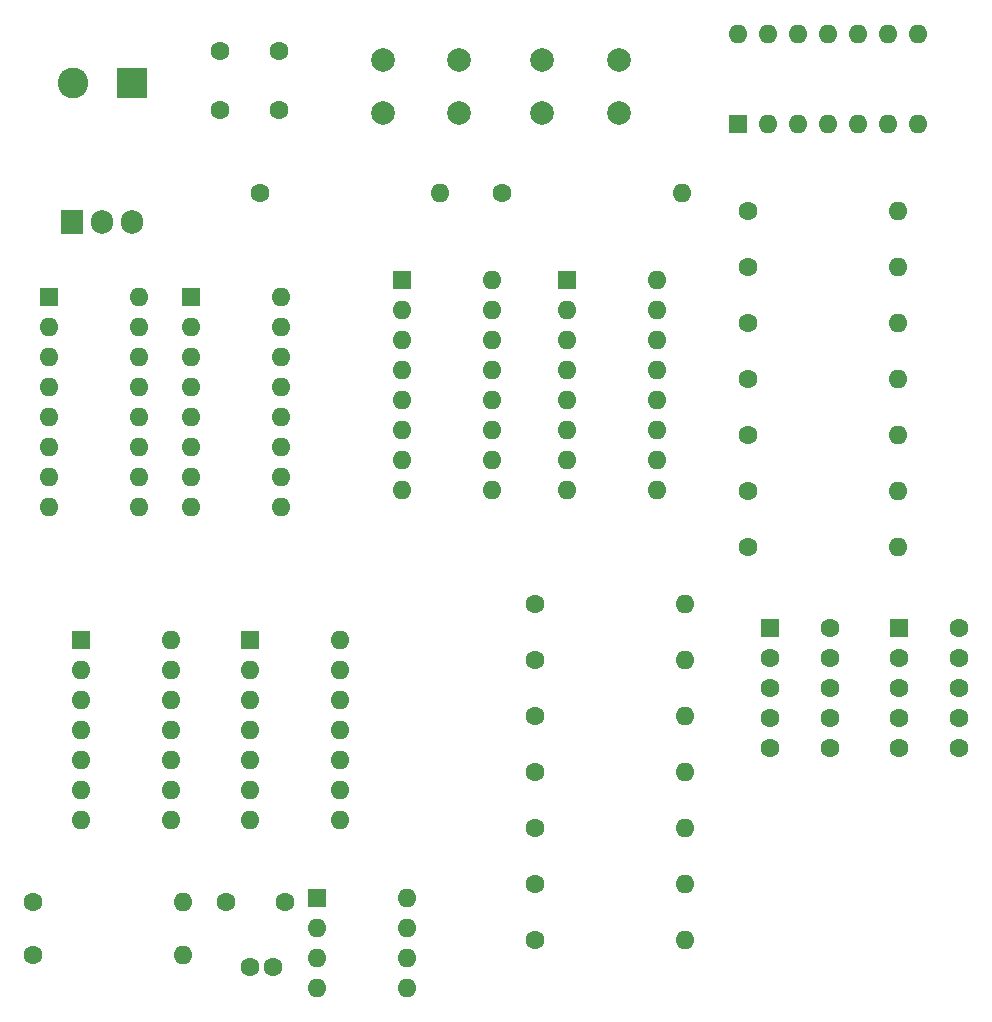
<source format=gbr>
%TF.GenerationSoftware,KiCad,Pcbnew,8.0.2*%
%TF.CreationDate,2024-05-14T19:41:18+03:00*%
%TF.ProjectId,PCB1,50434231-2e6b-4696-9361-645f70636258,rev?*%
%TF.SameCoordinates,Original*%
%TF.FileFunction,Soldermask,Bot*%
%TF.FilePolarity,Negative*%
%FSLAX46Y46*%
G04 Gerber Fmt 4.6, Leading zero omitted, Abs format (unit mm)*
G04 Created by KiCad (PCBNEW 8.0.2) date 2024-05-14 19:41:18*
%MOMM*%
%LPD*%
G01*
G04 APERTURE LIST*
%ADD10C,1.600000*%
%ADD11O,1.600000X1.600000*%
%ADD12R,1.600000X1.600000*%
%ADD13C,2.000000*%
%ADD14R,1.905000X2.000000*%
%ADD15O,1.905000X2.000000*%
%ADD16R,2.600000X2.600000*%
%ADD17C,2.600000*%
G04 APERTURE END LIST*
D10*
%TO.C,R3*%
X140650000Y-119000000D03*
D11*
X153350000Y-119000000D03*
%TD*%
D10*
%TO.C,C1*%
X156500000Y-42500000D03*
X161500000Y-42500000D03*
%TD*%
D12*
%TO.C,U5*%
X142000000Y-63300000D03*
D11*
X142000000Y-65840000D03*
X142000000Y-68380000D03*
X142000000Y-70920000D03*
X142000000Y-73460000D03*
X142000000Y-76000000D03*
X142000000Y-78540000D03*
X142000000Y-81080000D03*
X149620000Y-81080000D03*
X149620000Y-78540000D03*
X149620000Y-76000000D03*
X149620000Y-73460000D03*
X149620000Y-70920000D03*
X149620000Y-68380000D03*
X149620000Y-65840000D03*
X149620000Y-63300000D03*
%TD*%
D10*
%TO.C,R18*%
X201150000Y-84500000D03*
D11*
X213850000Y-84500000D03*
%TD*%
D10*
%TO.C,R14*%
X201150000Y-65500000D03*
D11*
X213850000Y-65500000D03*
%TD*%
D10*
%TO.C,R5*%
X183150000Y-89250000D03*
D11*
X195850000Y-89250000D03*
%TD*%
D10*
%TO.C,R8*%
X183150000Y-103500000D03*
D11*
X195850000Y-103500000D03*
%TD*%
D10*
%TO.C,R13*%
X201150000Y-60750000D03*
D11*
X213850000Y-60750000D03*
%TD*%
D10*
%TO.C,R6*%
X183150000Y-94000000D03*
D11*
X195850000Y-94000000D03*
%TD*%
D10*
%TO.C,C4*%
X159000000Y-120000000D03*
X161000000Y-120000000D03*
%TD*%
D13*
%TO.C,SW1*%
X170250000Y-43250000D03*
X176750000Y-43250000D03*
X170250000Y-47750000D03*
X176750000Y-47750000D03*
%TD*%
D12*
%TO.C,U6*%
X154000000Y-63300000D03*
D11*
X154000000Y-65840000D03*
X154000000Y-68380000D03*
X154000000Y-70920000D03*
X154000000Y-73460000D03*
X154000000Y-76000000D03*
X154000000Y-78540000D03*
X154000000Y-81080000D03*
X161620000Y-81080000D03*
X161620000Y-78540000D03*
X161620000Y-76000000D03*
X161620000Y-73460000D03*
X161620000Y-70920000D03*
X161620000Y-68380000D03*
X161620000Y-65840000D03*
X161620000Y-63300000D03*
%TD*%
D10*
%TO.C,R15*%
X201150000Y-70250000D03*
D11*
X213850000Y-70250000D03*
%TD*%
D10*
%TO.C,R1*%
X159880000Y-54500000D03*
D11*
X175120000Y-54500000D03*
%TD*%
D12*
%TO.C,U11*%
X214000000Y-91340000D03*
D10*
X214000000Y-93880000D03*
X214000000Y-96420000D03*
X214000000Y-98960000D03*
X214000000Y-101500000D03*
X219080000Y-101500000D03*
X219080000Y-98960000D03*
X219080000Y-96420000D03*
X219080000Y-93880000D03*
X219080000Y-91340000D03*
%TD*%
%TO.C,R10*%
X183150000Y-113000000D03*
D11*
X195850000Y-113000000D03*
%TD*%
D12*
%TO.C,U3*%
X144700000Y-92375000D03*
D11*
X144700000Y-94915000D03*
X144700000Y-97455000D03*
X144700000Y-99995000D03*
X144700000Y-102535000D03*
X144700000Y-105075000D03*
X144700000Y-107615000D03*
X152320000Y-107615000D03*
X152320000Y-105075000D03*
X152320000Y-102535000D03*
X152320000Y-99995000D03*
X152320000Y-97455000D03*
X152320000Y-94915000D03*
X152320000Y-92375000D03*
%TD*%
D10*
%TO.C,R11*%
X183150000Y-117750000D03*
D11*
X195850000Y-117750000D03*
%TD*%
D12*
%TO.C,U7*%
X159000000Y-92300000D03*
D11*
X159000000Y-94840000D03*
X159000000Y-97380000D03*
X159000000Y-99920000D03*
X159000000Y-102460000D03*
X159000000Y-105000000D03*
X159000000Y-107540000D03*
X166620000Y-107540000D03*
X166620000Y-105000000D03*
X166620000Y-102460000D03*
X166620000Y-99920000D03*
X166620000Y-97380000D03*
X166620000Y-94840000D03*
X166620000Y-92300000D03*
%TD*%
D10*
%TO.C,C3*%
X157000000Y-114500000D03*
X162000000Y-114500000D03*
%TD*%
%TO.C,R4*%
X180380000Y-54500000D03*
D11*
X195620000Y-54500000D03*
%TD*%
D10*
%TO.C,R12*%
X201150000Y-56000000D03*
D11*
X213850000Y-56000000D03*
%TD*%
D12*
%TO.C,U2*%
X200300000Y-48620000D03*
D11*
X202840000Y-48620000D03*
X205380000Y-48620000D03*
X207920000Y-48620000D03*
X210460000Y-48620000D03*
X213000000Y-48620000D03*
X215540000Y-48620000D03*
X215540000Y-41000000D03*
X213000000Y-41000000D03*
X210460000Y-41000000D03*
X207920000Y-41000000D03*
X205380000Y-41000000D03*
X202840000Y-41000000D03*
X200300000Y-41000000D03*
%TD*%
D10*
%TO.C,R17*%
X201150000Y-79750000D03*
D11*
X213850000Y-79750000D03*
%TD*%
D13*
%TO.C,SW2*%
X183750000Y-43250000D03*
X190250000Y-43250000D03*
X183750000Y-47750000D03*
X190250000Y-47750000D03*
%TD*%
D10*
%TO.C,R9*%
X183150000Y-108250000D03*
D11*
X195850000Y-108250000D03*
%TD*%
D14*
%TO.C,U4*%
X143960000Y-56945000D03*
D15*
X146500000Y-56945000D03*
X149040000Y-56945000D03*
%TD*%
D10*
%TO.C,R2*%
X140650000Y-114500000D03*
D11*
X153350000Y-114500000D03*
%TD*%
D10*
%TO.C,C2*%
X156500000Y-47500000D03*
X161500000Y-47500000D03*
%TD*%
D12*
%TO.C,U10*%
X203000000Y-91300000D03*
D10*
X203000000Y-93840000D03*
X203000000Y-96380000D03*
X203000000Y-98920000D03*
X203000000Y-101460000D03*
X208080000Y-101460000D03*
X208080000Y-98920000D03*
X208080000Y-96380000D03*
X208080000Y-93840000D03*
X208080000Y-91300000D03*
%TD*%
%TO.C,R7*%
X183150000Y-98750000D03*
D11*
X195850000Y-98750000D03*
%TD*%
D12*
%TO.C,U1*%
X164700000Y-114200000D03*
D11*
X164700000Y-116740000D03*
X164700000Y-119280000D03*
X164700000Y-121820000D03*
X172320000Y-121820000D03*
X172320000Y-119280000D03*
X172320000Y-116740000D03*
X172320000Y-114200000D03*
%TD*%
D10*
%TO.C,R16*%
X201150000Y-75000000D03*
D11*
X213850000Y-75000000D03*
%TD*%
D16*
%TO.C,J1*%
X149000000Y-45195000D03*
D17*
X144000000Y-45195000D03*
%TD*%
D12*
%TO.C,U8*%
X171880000Y-61840000D03*
D11*
X171880000Y-64380000D03*
X171880000Y-66920000D03*
X171880000Y-69460000D03*
X171880000Y-72000000D03*
X171880000Y-74540000D03*
X171880000Y-77080000D03*
X171880000Y-79620000D03*
X179500000Y-79620000D03*
X179500000Y-77080000D03*
X179500000Y-74540000D03*
X179500000Y-72000000D03*
X179500000Y-69460000D03*
X179500000Y-66920000D03*
X179500000Y-64380000D03*
X179500000Y-61840000D03*
%TD*%
%TO.C,U9*%
X193500000Y-61840000D03*
X193500000Y-64380000D03*
X193500000Y-66920000D03*
X193500000Y-69460000D03*
X193500000Y-72000000D03*
X193500000Y-74540000D03*
X193500000Y-77080000D03*
X193500000Y-79620000D03*
X185880000Y-79620000D03*
X185880000Y-77080000D03*
X185880000Y-74540000D03*
X185880000Y-72000000D03*
X185880000Y-69460000D03*
X185880000Y-66920000D03*
X185880000Y-64380000D03*
D12*
X185880000Y-61840000D03*
%TD*%
M02*

</source>
